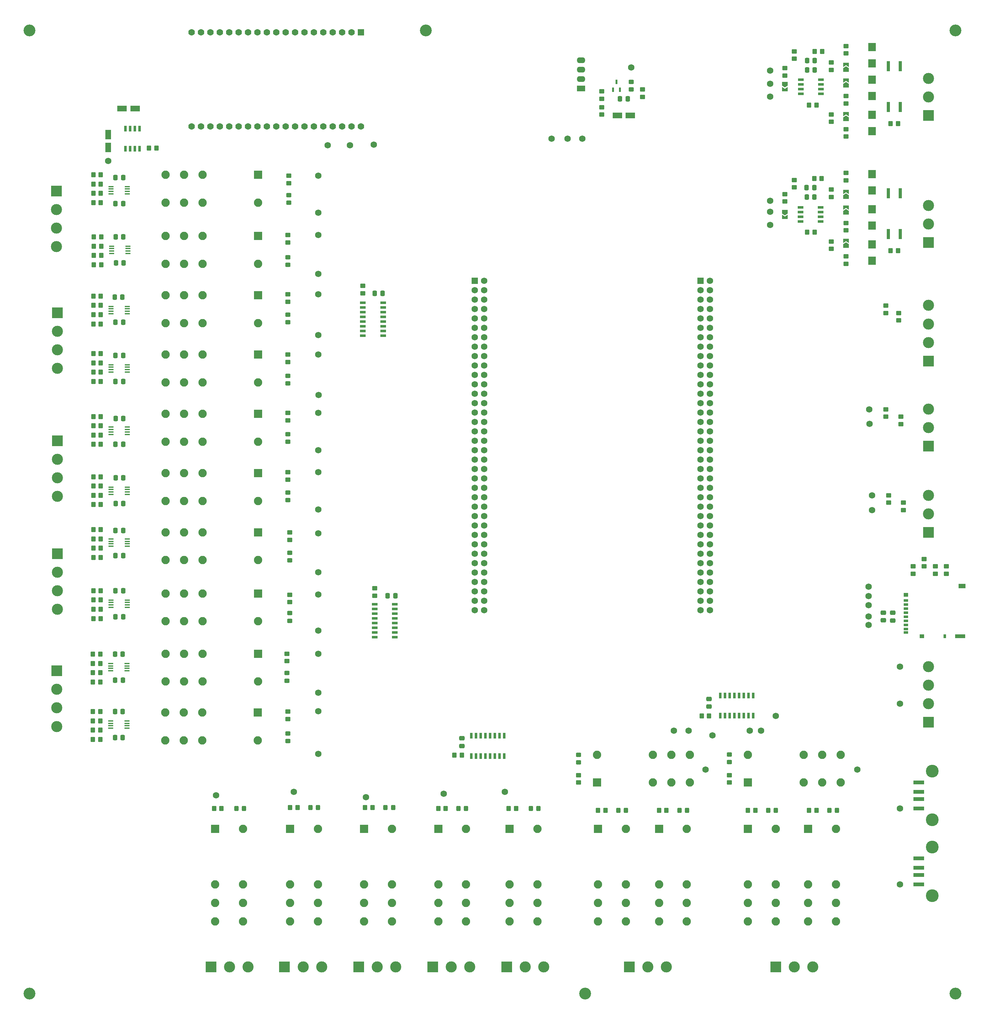
<source format=gbr>
%TF.GenerationSoftware,KiCad,Pcbnew,6.0.10-86aedd382b~118~ubuntu18.04.1*%
%TF.CreationDate,2024-06-09T22:46:36-03:00*%
%TF.ProjectId,salt,73616c74-2e6b-4696-9361-645f70636258,1.5*%
%TF.SameCoordinates,Original*%
%TF.FileFunction,Soldermask,Top*%
%TF.FilePolarity,Negative*%
%FSLAX46Y46*%
G04 Gerber Fmt 4.6, Leading zero omitted, Abs format (unit mm)*
G04 Created by KiCad (PCBNEW 6.0.10-86aedd382b~118~ubuntu18.04.1) date 2024-06-09 22:46:36*
%MOMM*%
%LPD*%
G01*
G04 APERTURE LIST*
G04 Aperture macros list*
%AMRoundRect*
0 Rectangle with rounded corners*
0 $1 Rounding radius*
0 $2 $3 $4 $5 $6 $7 $8 $9 X,Y pos of 4 corners*
0 Add a 4 corners polygon primitive as box body*
4,1,4,$2,$3,$4,$5,$6,$7,$8,$9,$2,$3,0*
0 Add four circle primitives for the rounded corners*
1,1,$1+$1,$2,$3*
1,1,$1+$1,$4,$5*
1,1,$1+$1,$6,$7*
1,1,$1+$1,$8,$9*
0 Add four rect primitives between the rounded corners*
20,1,$1+$1,$2,$3,$4,$5,0*
20,1,$1+$1,$4,$5,$6,$7,0*
20,1,$1+$1,$6,$7,$8,$9,0*
20,1,$1+$1,$8,$9,$2,$3,0*%
%AMFreePoly0*
4,1,6,1.000000,0.000000,0.500000,-0.750000,-0.500000,-0.750000,-0.500000,0.750000,0.500000,0.750000,1.000000,0.000000,1.000000,0.000000,$1*%
%AMFreePoly1*
4,1,6,0.500000,-0.750000,-0.650000,-0.750000,-0.150000,0.000000,-0.650000,0.750000,0.500000,0.750000,0.500000,-0.750000,0.500000,-0.750000,$1*%
G04 Aperture macros list end*
%ADD10C,1.734000*%
%ADD11RoundRect,0.250000X-0.450000X0.350000X-0.450000X-0.350000X0.450000X-0.350000X0.450000X0.350000X0*%
%ADD12R,2.250000X2.250000*%
%ADD13C,2.250000*%
%ADD14RoundRect,0.250000X-0.350000X-0.450000X0.350000X-0.450000X0.350000X0.450000X-0.350000X0.450000X0*%
%ADD15R,0.880000X2.810000*%
%ADD16RoundRect,0.250000X-0.450000X0.325000X-0.450000X-0.325000X0.450000X-0.325000X0.450000X0.325000X0*%
%ADD17RoundRect,0.250000X0.350000X0.450000X-0.350000X0.450000X-0.350000X-0.450000X0.350000X-0.450000X0*%
%ADD18R,3.000000X3.000000*%
%ADD19C,3.000000*%
%ADD20RoundRect,0.250000X0.450000X-0.350000X0.450000X0.350000X-0.450000X0.350000X-0.450000X-0.350000X0*%
%ADD21R,2.500000X1.600000*%
%ADD22RoundRect,0.250000X-0.325000X-0.450000X0.325000X-0.450000X0.325000X0.450000X-0.325000X0.450000X0*%
%ADD23R,1.450000X0.450000*%
%ADD24RoundRect,0.250000X-0.337500X-0.475000X0.337500X-0.475000X0.337500X0.475000X-0.337500X0.475000X0*%
%ADD25R,1.525000X0.650000*%
%ADD26FreePoly0,90.000000*%
%ADD27FreePoly1,90.000000*%
%ADD28RoundRect,0.250000X0.337500X0.475000X-0.337500X0.475000X-0.337500X-0.475000X0.337500X-0.475000X0*%
%ADD29R,1.200000X0.700000*%
%ADD30R,1.200000X1.000000*%
%ADD31R,0.800000X1.000000*%
%ADD32R,2.800000X1.000000*%
%ADD33R,1.900000X1.300000*%
%ADD34R,2.150000X2.250000*%
%ADD35R,1.600000X2.500000*%
%ADD36R,2.880000X1.120000*%
%ADD37C,3.450000*%
%ADD38RoundRect,0.250000X0.475000X-0.337500X0.475000X0.337500X-0.475000X0.337500X-0.475000X-0.337500X0*%
%ADD39R,0.600000X1.300000*%
%ADD40R,1.528000X0.650000*%
%ADD41C,3.200000*%
%ADD42RoundRect,0.250000X0.450000X-0.325000X0.450000X0.325000X-0.450000X0.325000X-0.450000X-0.325000X0*%
%ADD43RoundRect,0.250000X-0.475000X0.337500X-0.475000X-0.337500X0.475000X-0.337500X0.475000X0.337500X0*%
%ADD44FreePoly0,270.000000*%
%ADD45FreePoly1,270.000000*%
%ADD46R,0.650000X1.525000*%
%ADD47R,0.650000X1.528000*%
%ADD48RoundRect,0.102000X-0.780000X0.780000X-0.780000X-0.780000X0.780000X-0.780000X0.780000X0.780000X0*%
%ADD49C,1.764000*%
%ADD50RoundRect,0.102000X-0.765000X-0.765000X0.765000X-0.765000X0.765000X0.765000X-0.765000X0.765000X0*%
%ADD51R,2.300000X1.600000*%
%ADD52O,2.300000X1.600000*%
G04 APERTURE END LIST*
D10*
%TO.C,TP57*%
X118500000Y-99250000D03*
%TD*%
D11*
%TO.C,R19*%
X261000000Y-51250000D03*
X261000000Y-53250000D03*
%TD*%
%TO.C,R2*%
X271750000Y-107800000D03*
X271750000Y-109800000D03*
%TD*%
D12*
%TO.C,K3*%
X250750000Y-249000000D03*
D13*
X250750000Y-264000000D03*
X250750000Y-269000000D03*
X250750000Y-274000000D03*
X258250000Y-274000000D03*
X258250000Y-269000000D03*
X258250000Y-264000000D03*
X258250000Y-249000000D03*
%TD*%
D14*
%TO.C,R93*%
X57875000Y-89250000D03*
X59875000Y-89250000D03*
%TD*%
D15*
%TO.C,F2*%
X272365000Y-88500000D03*
X275635000Y-88500000D03*
%TD*%
D11*
%TO.C,R17*%
X261000000Y-94500000D03*
X261000000Y-96500000D03*
%TD*%
D16*
%TO.C,D14*%
X110750000Y-190795000D03*
X110750000Y-192845000D03*
%TD*%
D17*
%TO.C,R76*%
X59750000Y-80000000D03*
X57750000Y-80000000D03*
%TD*%
D10*
%TO.C,TP32*%
X118500000Y-121000000D03*
%TD*%
D18*
%TO.C,J3*%
X283250000Y-220250000D03*
D19*
X283250000Y-215250000D03*
X283250000Y-210250000D03*
X283250000Y-205250000D03*
%TD*%
D20*
%TO.C,R37*%
X110750000Y-187820000D03*
X110750000Y-185820000D03*
%TD*%
D14*
%TO.C,R7*%
X250500000Y-88000000D03*
X252500000Y-88000000D03*
%TD*%
%TO.C,R73*%
X57750000Y-140250000D03*
X59750000Y-140250000D03*
%TD*%
D21*
%TO.C,C5*%
X199250000Y-56477064D03*
X202750000Y-56477064D03*
%TD*%
D14*
%TO.C,R60*%
X57625000Y-204375000D03*
X59625000Y-204375000D03*
%TD*%
D10*
%TO.C,TP44*%
X152375000Y-239500000D03*
%TD*%
D20*
%TO.C,R3*%
X244500000Y-79700000D03*
X244500000Y-77700000D03*
%TD*%
D12*
%TO.C,K9*%
X102250000Y-121000000D03*
D13*
X87250000Y-121000000D03*
X82250000Y-121000000D03*
X77250000Y-121000000D03*
X77250000Y-128500000D03*
X82250000Y-128500000D03*
X87250000Y-128500000D03*
X102250000Y-128500000D03*
%TD*%
D22*
%TO.C,D25*%
X175850000Y-243500000D03*
X177900000Y-243500000D03*
%TD*%
D20*
%TO.C,R1*%
X275200000Y-111800000D03*
X275200000Y-109800000D03*
%TD*%
D10*
%TO.C,TP42*%
X267088000Y-186175000D03*
%TD*%
D23*
%TO.C,IC11*%
X62550000Y-140600000D03*
X62550000Y-141250000D03*
X62550000Y-141900000D03*
X62550000Y-142550000D03*
X66950000Y-142550000D03*
X66950000Y-141900000D03*
X66950000Y-141250000D03*
X66950000Y-140600000D03*
%TD*%
D10*
%TO.C,TP22*%
X235000000Y-222500000D03*
%TD*%
D20*
%TO.C,R23*%
X195000000Y-51977064D03*
X195000000Y-49977064D03*
%TD*%
D24*
%TO.C,C9*%
X137212500Y-186086000D03*
X139287500Y-186086000D03*
%TD*%
D16*
%TO.C,D20*%
X110250000Y-110225000D03*
X110250000Y-112275000D03*
%TD*%
D25*
%TO.C,IC4*%
X139167000Y-197311000D03*
X139167000Y-196041000D03*
X139167000Y-194771000D03*
X139167000Y-193501000D03*
X139167000Y-192231000D03*
X139167000Y-190961000D03*
X139167000Y-189691000D03*
X139167000Y-188421000D03*
X133743000Y-188421000D03*
X133743000Y-189691000D03*
X133743000Y-190961000D03*
X133743000Y-192231000D03*
X133743000Y-193501000D03*
X133743000Y-194771000D03*
X133743000Y-196041000D03*
X133743000Y-197311000D03*
%TD*%
D17*
%TO.C,R82*%
X59750000Y-175750000D03*
X57750000Y-175750000D03*
%TD*%
D26*
%TO.C,JP4*%
X261000000Y-82725000D03*
D27*
X261000000Y-81275000D03*
%TD*%
D17*
%TO.C,R92*%
X59875000Y-96750000D03*
X57875000Y-96750000D03*
%TD*%
D14*
%TO.C,R83*%
X57750000Y-168250000D03*
X59750000Y-168250000D03*
%TD*%
D10*
%TO.C,TP50*%
X118500000Y-212250000D03*
%TD*%
D28*
%TO.C,C30*%
X65787500Y-191750000D03*
X63712500Y-191750000D03*
%TD*%
D14*
%TO.C,R99*%
X57750000Y-184750000D03*
X59750000Y-184750000D03*
%TD*%
D28*
%TO.C,C2*%
X252537500Y-41700000D03*
X250462500Y-41700000D03*
%TD*%
D24*
%TO.C,C6*%
X199962500Y-51977064D03*
X202037500Y-51977064D03*
%TD*%
D28*
%TO.C,C29*%
X65787500Y-184750000D03*
X63712500Y-184750000D03*
%TD*%
D10*
%TO.C,TP45*%
X168875000Y-239000000D03*
%TD*%
D18*
%TO.C,J12*%
X283250000Y-169000000D03*
D19*
X283250000Y-164000000D03*
X283250000Y-159000000D03*
%TD*%
D22*
%TO.C,D24*%
X156325000Y-243500000D03*
X158375000Y-243500000D03*
%TD*%
D18*
%TO.C,J8*%
X283250000Y-90800000D03*
D19*
X283250000Y-85800000D03*
X283250000Y-80800000D03*
%TD*%
D10*
%TO.C,TP29*%
X223000000Y-233000000D03*
%TD*%
%TO.C,TP23*%
X238000000Y-222500000D03*
%TD*%
D11*
%TO.C,R50*%
X279088000Y-178175000D03*
X279088000Y-180175000D03*
%TD*%
D29*
%TO.C,J21*%
X277176000Y-187400000D03*
X277176000Y-188500000D03*
X277176000Y-189600000D03*
X277176000Y-190700000D03*
X277176000Y-191800000D03*
X277176000Y-192900000D03*
X277176000Y-194000000D03*
X277176000Y-195100000D03*
D30*
X277176000Y-185850000D03*
D29*
X277176000Y-196050000D03*
D30*
X281476000Y-197000000D03*
D31*
X287675000Y-197000000D03*
D32*
X291825000Y-197000000D03*
D33*
X292276000Y-183500000D03*
%TD*%
D23*
%TO.C,IC12*%
X62550000Y-170775000D03*
X62550000Y-171425000D03*
X62550000Y-172075000D03*
X62550000Y-172725000D03*
X66950000Y-172725000D03*
X66950000Y-172075000D03*
X66950000Y-171425000D03*
X66950000Y-170775000D03*
%TD*%
D17*
%TO.C,R53*%
X171875000Y-243500000D03*
X169875000Y-243500000D03*
%TD*%
D14*
%TO.C,R70*%
X57750000Y-110250000D03*
X59750000Y-110250000D03*
%TD*%
D20*
%TO.C,R39*%
X110250000Y-123000000D03*
X110250000Y-121000000D03*
%TD*%
D10*
%TO.C,TP34*%
X118500000Y-217250000D03*
%TD*%
D17*
%TO.C,R58*%
X157250000Y-229125000D03*
X155250000Y-229125000D03*
%TD*%
D34*
%TO.C,D6*%
X268000000Y-60700000D03*
X268000000Y-56300000D03*
%TD*%
D12*
%TO.C,K20*%
X90625000Y-249000000D03*
D13*
X90625000Y-264000000D03*
X90625000Y-269000000D03*
X90625000Y-274000000D03*
X98125000Y-274000000D03*
X98125000Y-269000000D03*
X98125000Y-264000000D03*
X98125000Y-249000000D03*
%TD*%
D12*
%TO.C,K19*%
X110875000Y-249000000D03*
D13*
X110875000Y-264000000D03*
X110875000Y-269000000D03*
X110875000Y-274000000D03*
X118375000Y-274000000D03*
X118375000Y-269000000D03*
X118375000Y-264000000D03*
X118375000Y-249000000D03*
%TD*%
D28*
%TO.C,C28*%
X65787500Y-175250000D03*
X63712500Y-175250000D03*
%TD*%
D10*
%TO.C,TP51*%
X61750000Y-68750000D03*
%TD*%
%TO.C,TP58*%
X118500000Y-162800000D03*
%TD*%
D17*
%TO.C,R56*%
X92350000Y-243500000D03*
X90350000Y-243500000D03*
%TD*%
D28*
%TO.C,C34*%
X65662500Y-224375000D03*
X63587500Y-224375000D03*
%TD*%
D35*
%TO.C,C14*%
X61750000Y-61650000D03*
X61750000Y-65150000D03*
%TD*%
D11*
%TO.C,R54*%
X288058000Y-178175000D03*
X288058000Y-180175000D03*
%TD*%
D15*
%TO.C,F3*%
X272365000Y-43200000D03*
X275635000Y-43200000D03*
%TD*%
D10*
%TO.C,TP6*%
X240500000Y-79500000D03*
%TD*%
D17*
%TO.C,R98*%
X59750000Y-192250000D03*
X57750000Y-192250000D03*
%TD*%
D28*
%TO.C,C4*%
X252537500Y-44200000D03*
X250462500Y-44200000D03*
%TD*%
D17*
%TO.C,R80*%
X59750000Y-145250000D03*
X57750000Y-145250000D03*
%TD*%
D28*
%TO.C,C23*%
X65825000Y-138250000D03*
X63750000Y-138250000D03*
%TD*%
D10*
%TO.C,TP36*%
X118500000Y-104750000D03*
%TD*%
D14*
%TO.C,R85*%
X57875000Y-91750000D03*
X59875000Y-91750000D03*
%TD*%
D23*
%TO.C,IC10*%
X62550000Y-108024999D03*
X62550000Y-108674999D03*
X62550000Y-109324999D03*
X62550000Y-109974999D03*
X66950000Y-109974999D03*
X66950000Y-109324999D03*
X66950000Y-108674999D03*
X66950000Y-108024999D03*
%TD*%
D11*
%TO.C,R15*%
X261000000Y-72000000D03*
X261000000Y-74000000D03*
%TD*%
D26*
%TO.C,JP3*%
X261000000Y-78500000D03*
D27*
X261000000Y-77050000D03*
%TD*%
D14*
%TO.C,R63*%
X72750000Y-65250000D03*
X74750000Y-65250000D03*
%TD*%
D17*
%TO.C,R94*%
X59750000Y-128250000D03*
X57750000Y-128250000D03*
%TD*%
D28*
%TO.C,C3*%
X252437500Y-78500000D03*
X250362500Y-78500000D03*
%TD*%
%TO.C,C22*%
X65787500Y-128250000D03*
X63712500Y-128250000D03*
%TD*%
D16*
%TO.C,D22*%
X110750000Y-174475000D03*
X110750000Y-176525000D03*
%TD*%
D12*
%TO.C,K10*%
X102250000Y-89000000D03*
D13*
X87250000Y-89000000D03*
X82250000Y-89000000D03*
X77250000Y-89000000D03*
X77250000Y-96500000D03*
X82250000Y-96500000D03*
X87250000Y-96500000D03*
X102250000Y-96500000D03*
%TD*%
D28*
%TO.C,C18*%
X65912500Y-96250000D03*
X63837500Y-96250000D03*
%TD*%
D18*
%TO.C,J14*%
X202500000Y-286250000D03*
D19*
X207500000Y-286250000D03*
X212500000Y-286250000D03*
%TD*%
D14*
%TO.C,R87*%
X57750000Y-123250000D03*
X59750000Y-123250000D03*
%TD*%
D36*
%TO.C,J11*%
X280640000Y-264000000D03*
X280640000Y-261500000D03*
X280640000Y-259500000D03*
X280640000Y-257000000D03*
D37*
X284220000Y-267070000D03*
X284220000Y-253930000D03*
%TD*%
D16*
%TO.C,D16*%
X110250000Y-126725000D03*
X110250000Y-128775000D03*
%TD*%
D14*
%TO.C,R95*%
X57750000Y-120750000D03*
X59750000Y-120750000D03*
%TD*%
D10*
%TO.C,TP16*%
X203000000Y-43500000D03*
%TD*%
D18*
%TO.C,J2*%
X48000000Y-109750000D03*
D19*
X48000000Y-114750000D03*
X48000000Y-119750000D03*
X48000000Y-124750000D03*
%TD*%
D28*
%TO.C,C19*%
X65575000Y-105500000D03*
X63500000Y-105500000D03*
%TD*%
D34*
%TO.C,D2*%
X268000000Y-86200000D03*
X268000000Y-81800000D03*
%TD*%
D12*
%TO.C,K18*%
X170125000Y-249000000D03*
D13*
X170125000Y-264000000D03*
X170125000Y-269000000D03*
X170125000Y-274000000D03*
X177625000Y-274000000D03*
X177625000Y-269000000D03*
X177625000Y-264000000D03*
X177625000Y-249000000D03*
%TD*%
D10*
%TO.C,TP12*%
X181500000Y-62750000D03*
%TD*%
D20*
%TO.C,R47*%
X110000000Y-203750000D03*
X110000000Y-201750000D03*
%TD*%
D22*
%TO.C,D13*%
X215975000Y-244000000D03*
X218025000Y-244000000D03*
%TD*%
D10*
%TO.C,TP1*%
X275500000Y-215250000D03*
%TD*%
D22*
%TO.C,D12*%
X199475000Y-244000000D03*
X201525000Y-244000000D03*
%TD*%
D16*
%TO.C,D18*%
X110250000Y-223250000D03*
X110250000Y-225300000D03*
%TD*%
D18*
%TO.C,J1*%
X47750000Y-76875000D03*
D19*
X47750000Y-81875000D03*
X47750000Y-86875000D03*
X47750000Y-91875000D03*
%TD*%
D10*
%TO.C,TP30*%
X118500000Y-185750000D03*
%TD*%
D12*
%TO.C,K4*%
X193775000Y-236500000D03*
D13*
X208775000Y-236500000D03*
X213775000Y-236500000D03*
X218775000Y-236500000D03*
X218775000Y-229000000D03*
X213775000Y-229000000D03*
X208775000Y-229000000D03*
X193775000Y-229000000D03*
%TD*%
D14*
%TO.C,R89*%
X57750000Y-156500000D03*
X59750000Y-156500000D03*
%TD*%
D20*
%TO.C,R27*%
X276500000Y-163000000D03*
X276500000Y-161000000D03*
%TD*%
D23*
%TO.C,IC8*%
X62425000Y-219900000D03*
X62425000Y-220550000D03*
X62425000Y-221200000D03*
X62425000Y-221850000D03*
X66825000Y-221850000D03*
X66825000Y-221200000D03*
X66825000Y-220550000D03*
X66825000Y-219900000D03*
%TD*%
D14*
%TO.C,R72*%
X57750000Y-142750000D03*
X59750000Y-142750000D03*
%TD*%
D17*
%TO.C,R32*%
X253000000Y-244000000D03*
X251000000Y-244000000D03*
%TD*%
D20*
%TO.C,R43*%
X110250000Y-138750000D03*
X110250000Y-136750000D03*
%TD*%
D38*
%TO.C,C7*%
X224000000Y-216037500D03*
X224000000Y-213962500D03*
%TD*%
D23*
%TO.C,IC16*%
X62550000Y-187275000D03*
X62550000Y-187925000D03*
X62550000Y-188575000D03*
X62550000Y-189225000D03*
X66950000Y-189225000D03*
X66950000Y-188575000D03*
X66950000Y-187925000D03*
X66950000Y-187275000D03*
%TD*%
D18*
%TO.C,J6*%
X47875000Y-206375000D03*
D19*
X47875000Y-211375000D03*
X47875000Y-216375000D03*
X47875000Y-221375000D03*
%TD*%
D39*
%TO.C,IC1*%
X198050000Y-49527064D03*
X199950000Y-49527064D03*
X199000000Y-47427064D03*
%TD*%
D10*
%TO.C,TP27*%
X224900000Y-223800000D03*
%TD*%
%TO.C,TP46*%
X267088000Y-183675000D03*
%TD*%
D17*
%TO.C,R52*%
X152875000Y-243500000D03*
X150875000Y-243500000D03*
%TD*%
D14*
%TO.C,R71*%
X57750000Y-107750000D03*
X59750000Y-107750000D03*
%TD*%
D16*
%TO.C,D21*%
X110500000Y-77975000D03*
X110500000Y-80025000D03*
%TD*%
D28*
%TO.C,C27*%
X65787500Y-168485000D03*
X63712500Y-168485000D03*
%TD*%
D18*
%TO.C,J15*%
X283250000Y-145750000D03*
D19*
X283250000Y-140750000D03*
X283250000Y-135750000D03*
%TD*%
D28*
%TO.C,C21*%
X65787500Y-121250000D03*
X63712500Y-121250000D03*
%TD*%
D18*
%TO.C,J13*%
X242000000Y-286250000D03*
D19*
X247000000Y-286250000D03*
X252000000Y-286250000D03*
%TD*%
D10*
%TO.C,TP20*%
X267250000Y-135800000D03*
%TD*%
D34*
%TO.C,D5*%
X268000000Y-51200000D03*
X268000000Y-46800000D03*
%TD*%
D40*
%TO.C,U3*%
X248789000Y-46795000D03*
X248789000Y-48065000D03*
X248789000Y-49335000D03*
X248789000Y-50605000D03*
X254211000Y-50605000D03*
X254211000Y-49335000D03*
X254211000Y-48065000D03*
X254211000Y-46795000D03*
%TD*%
D22*
%TO.C,D26*%
X116375000Y-243225000D03*
X118425000Y-243225000D03*
%TD*%
D14*
%TO.C,R67*%
X57625000Y-217375000D03*
X59625000Y-217375000D03*
%TD*%
D41*
%TO.C,H5*%
X147500000Y-33500000D03*
%TD*%
D11*
%TO.C,R18*%
X261000000Y-37750000D03*
X261000000Y-39750000D03*
%TD*%
D42*
%TO.C,D8*%
X229500000Y-231025000D03*
X229500000Y-228975000D03*
%TD*%
D28*
%TO.C,C1*%
X252387500Y-76000000D03*
X250312500Y-76000000D03*
%TD*%
D15*
%TO.C,F1*%
X272365000Y-77500000D03*
X275635000Y-77500000D03*
%TD*%
D17*
%TO.C,R36*%
X212500000Y-244000000D03*
X210500000Y-244000000D03*
%TD*%
D11*
%TO.C,R34*%
X188775000Y-234500000D03*
X188775000Y-236500000D03*
%TD*%
D22*
%TO.C,D28*%
X136625000Y-243250000D03*
X138675000Y-243250000D03*
%TD*%
D10*
%TO.C,TP60*%
X118540000Y-131940000D03*
%TD*%
D12*
%TO.C,K11*%
X102125000Y-217625000D03*
D13*
X87125000Y-217625000D03*
X82125000Y-217625000D03*
X77125000Y-217625000D03*
X77125000Y-225125000D03*
X82125000Y-225125000D03*
X87125000Y-225125000D03*
X102125000Y-225125000D03*
%TD*%
D10*
%TO.C,TP49*%
X131375000Y-240500000D03*
%TD*%
D36*
%TO.C,J10*%
X280640000Y-243500000D03*
X280640000Y-241000000D03*
X280640000Y-239000000D03*
X280640000Y-236500000D03*
D37*
X284220000Y-246570000D03*
X284220000Y-233430000D03*
%TD*%
D18*
%TO.C,J7*%
X283250000Y-122750000D03*
D19*
X283250000Y-117750000D03*
X283250000Y-112750000D03*
X283250000Y-107750000D03*
%TD*%
D10*
%TO.C,TP31*%
X118500000Y-152750000D03*
%TD*%
D22*
%TO.C,D27*%
X96350000Y-243500000D03*
X98400000Y-243500000D03*
%TD*%
D20*
%TO.C,R25*%
X206000000Y-51477064D03*
X206000000Y-49477064D03*
%TD*%
D10*
%TO.C,TP7*%
X240500000Y-51400000D03*
%TD*%
D16*
%TO.C,D17*%
X110250000Y-94725000D03*
X110250000Y-96775000D03*
%TD*%
D23*
%TO.C,IC15*%
X62550000Y-156775000D03*
X62550000Y-157425000D03*
X62550000Y-158075000D03*
X62550000Y-158725000D03*
X66950000Y-158725000D03*
X66950000Y-158075000D03*
X66950000Y-157425000D03*
X66950000Y-156775000D03*
%TD*%
D10*
%TO.C,TP25*%
X264000000Y-233000000D03*
%TD*%
%TO.C,TP18*%
X268000000Y-159000000D03*
%TD*%
D26*
%TO.C,JP5*%
X261000000Y-91725000D03*
D27*
X261000000Y-90275000D03*
%TD*%
D10*
%TO.C,TP41*%
X267088000Y-194000000D03*
%TD*%
D17*
%TO.C,R33*%
X224000000Y-218500000D03*
X222000000Y-218500000D03*
%TD*%
D11*
%TO.C,R16*%
X261000000Y-85500000D03*
X261000000Y-87500000D03*
%TD*%
D10*
%TO.C,TP26*%
X214500000Y-222500000D03*
%TD*%
D28*
%TO.C,C16*%
X65787500Y-80250000D03*
X63712500Y-80250000D03*
%TD*%
D11*
%TO.C,R30*%
X229500000Y-234500000D03*
X229500000Y-236500000D03*
%TD*%
D12*
%TO.C,K15*%
X102250000Y-169000000D03*
D13*
X87250000Y-169000000D03*
X82250000Y-169000000D03*
X77250000Y-169000000D03*
X77250000Y-176500000D03*
X82250000Y-176500000D03*
X87250000Y-176500000D03*
X102250000Y-176500000D03*
%TD*%
D23*
%TO.C,IC14*%
X62550000Y-123775000D03*
X62550000Y-124425000D03*
X62550000Y-125075000D03*
X62550000Y-125725000D03*
X66950000Y-125725000D03*
X66950000Y-125075000D03*
X66950000Y-124425000D03*
X66950000Y-123775000D03*
%TD*%
D14*
%TO.C,R74*%
X57750000Y-173250000D03*
X59750000Y-173250000D03*
%TD*%
D20*
%TO.C,R45*%
X110500000Y-74750000D03*
X110500000Y-72750000D03*
%TD*%
D23*
%TO.C,IC6*%
X62425000Y-204400000D03*
X62425000Y-205050000D03*
X62425000Y-205700000D03*
X62425000Y-206350000D03*
X66825000Y-206350000D03*
X66825000Y-205700000D03*
X66825000Y-205050000D03*
X66825000Y-204400000D03*
%TD*%
D14*
%TO.C,R75*%
X57750000Y-170750000D03*
X59750000Y-170750000D03*
%TD*%
D43*
%TO.C,C11*%
X273588000Y-190712500D03*
X273588000Y-192787500D03*
%TD*%
D17*
%TO.C,R35*%
X196000000Y-244000000D03*
X194000000Y-244000000D03*
%TD*%
D12*
%TO.C,K14*%
X102250000Y-72500000D03*
D13*
X87250000Y-72500000D03*
X82250000Y-72500000D03*
X77250000Y-72500000D03*
X77250000Y-80000000D03*
X82250000Y-80000000D03*
X87250000Y-80000000D03*
X102250000Y-80000000D03*
%TD*%
D16*
%TO.C,D15*%
X110250000Y-158250000D03*
X110250000Y-160300000D03*
%TD*%
D12*
%TO.C,K6*%
X210500000Y-249000000D03*
D13*
X210500000Y-264000000D03*
X210500000Y-269000000D03*
X210500000Y-274000000D03*
X218000000Y-274000000D03*
X218000000Y-269000000D03*
X218000000Y-264000000D03*
X218000000Y-249000000D03*
%TD*%
D44*
%TO.C,JP2*%
X244500000Y-47975000D03*
D45*
X244500000Y-49425000D03*
%TD*%
D26*
%TO.C,JP6*%
X261000000Y-44200000D03*
D27*
X261000000Y-42750000D03*
%TD*%
D28*
%TO.C,C17*%
X65837500Y-89250000D03*
X63762500Y-89250000D03*
%TD*%
D10*
%TO.C,TP21*%
X267300000Y-139700000D03*
%TD*%
D11*
%TO.C,R13*%
X257000000Y-42200000D03*
X257000000Y-44200000D03*
%TD*%
D14*
%TO.C,R86*%
X57750000Y-125750000D03*
X59750000Y-125750000D03*
%TD*%
D11*
%TO.C,R11*%
X257000000Y-76500000D03*
X257000000Y-78500000D03*
%TD*%
D14*
%TO.C,R91*%
X57750000Y-187250000D03*
X59750000Y-187250000D03*
%TD*%
D17*
%TO.C,R22*%
X275000000Y-58700000D03*
X273000000Y-58700000D03*
%TD*%
D43*
%TO.C,C10*%
X271088000Y-190675000D03*
X271088000Y-192750000D03*
%TD*%
D18*
%TO.C,J18*%
X129375000Y-286250000D03*
D19*
X134375000Y-286250000D03*
X139375000Y-286250000D03*
%TD*%
D17*
%TO.C,R31*%
X236500000Y-244000000D03*
X234500000Y-244000000D03*
%TD*%
D14*
%TO.C,R69*%
X57750000Y-75000000D03*
X59750000Y-75000000D03*
%TD*%
D12*
%TO.C,K17*%
X150875000Y-249000000D03*
D13*
X150875000Y-264000000D03*
X150875000Y-269000000D03*
X150875000Y-274000000D03*
X158375000Y-274000000D03*
X158375000Y-269000000D03*
X158375000Y-264000000D03*
X158375000Y-249000000D03*
%TD*%
D11*
%TO.C,R20*%
X261000000Y-60200000D03*
X261000000Y-62200000D03*
%TD*%
D46*
%TO.C,IC2*%
X235945000Y-213038000D03*
X234675000Y-213038000D03*
X233405000Y-213038000D03*
X232135000Y-213038000D03*
X230865000Y-213038000D03*
X229595000Y-213038000D03*
X228325000Y-213038000D03*
X227055000Y-213038000D03*
X227055000Y-218462000D03*
X228325000Y-218462000D03*
X229595000Y-218462000D03*
X230865000Y-218462000D03*
X232135000Y-218462000D03*
X233405000Y-218462000D03*
X234675000Y-218462000D03*
X235945000Y-218462000D03*
%TD*%
D12*
%TO.C,K12*%
X102250000Y-137000000D03*
D13*
X87250000Y-137000000D03*
X82250000Y-137000000D03*
X77250000Y-137000000D03*
X77250000Y-144500000D03*
X82250000Y-144500000D03*
X87250000Y-144500000D03*
X102250000Y-144500000D03*
%TD*%
D11*
%TO.C,R14*%
X257000000Y-56200000D03*
X257000000Y-58200000D03*
%TD*%
D17*
%TO.C,R96*%
X59750000Y-161500000D03*
X57750000Y-161500000D03*
%TD*%
D16*
%TO.C,D19*%
X110250000Y-142475000D03*
X110250000Y-144525000D03*
%TD*%
%TO.C,D23*%
X110000000Y-206975000D03*
X110000000Y-209025000D03*
%TD*%
D10*
%TO.C,TP9*%
X121000000Y-64500000D03*
%TD*%
D12*
%TO.C,K1*%
X234500000Y-236500000D03*
D13*
X249500000Y-236500000D03*
X254500000Y-236500000D03*
X259500000Y-236500000D03*
X259500000Y-229000000D03*
X254500000Y-229000000D03*
X249500000Y-229000000D03*
X234500000Y-229000000D03*
%TD*%
D21*
%TO.C,C13*%
X69000000Y-54650000D03*
X65500000Y-54650000D03*
%TD*%
D18*
%TO.C,J19*%
X109375000Y-286250000D03*
D19*
X114375000Y-286250000D03*
X119375000Y-286250000D03*
%TD*%
D20*
%TO.C,R5*%
X244500000Y-45700000D03*
X244500000Y-43700000D03*
%TD*%
D34*
%TO.C,D4*%
X268000000Y-42400000D03*
X268000000Y-38000000D03*
%TD*%
D20*
%TO.C,R29*%
X275750000Y-139800000D03*
X275750000Y-137800000D03*
%TD*%
D23*
%TO.C,IC9*%
X62550000Y-75675000D03*
X62550000Y-76325000D03*
X62550000Y-76975000D03*
X62550000Y-77625000D03*
X66950000Y-77625000D03*
X66950000Y-76975000D03*
X66950000Y-76325000D03*
X66950000Y-75675000D03*
%TD*%
D10*
%TO.C,TP28*%
X218500000Y-222500000D03*
%TD*%
D28*
%TO.C,C33*%
X65662500Y-217375000D03*
X63587500Y-217375000D03*
%TD*%
D10*
%TO.C,TP56*%
X118500000Y-179750000D03*
%TD*%
%TO.C,TP48*%
X111875000Y-239000000D03*
%TD*%
%TO.C,TP3*%
X240500000Y-82500000D03*
%TD*%
D17*
%TO.C,R66*%
X59625000Y-224875000D03*
X57625000Y-224875000D03*
%TD*%
D28*
%TO.C,C31*%
X65662500Y-201875000D03*
X63587500Y-201875000D03*
%TD*%
D10*
%TO.C,TP55*%
X118500000Y-146800000D03*
%TD*%
%TO.C,TP37*%
X118500000Y-72750000D03*
%TD*%
D42*
%TO.C,D7*%
X203000000Y-49477064D03*
X203000000Y-47427064D03*
%TD*%
D34*
%TO.C,D1*%
X268000000Y-76700000D03*
X268000000Y-72300000D03*
%TD*%
D28*
%TO.C,C20*%
X65787500Y-112250000D03*
X63712500Y-112250000D03*
%TD*%
D11*
%TO.C,R28*%
X271750000Y-135800000D03*
X271750000Y-137800000D03*
%TD*%
D18*
%TO.C,J16*%
X169375000Y-286250000D03*
D19*
X174375000Y-286250000D03*
X179375000Y-286250000D03*
%TD*%
D14*
%TO.C,R64*%
X57625000Y-222375000D03*
X59625000Y-222375000D03*
%TD*%
D42*
%TO.C,D11*%
X188775000Y-231050000D03*
X188775000Y-229000000D03*
%TD*%
D10*
%TO.C,TP10*%
X185750000Y-62750000D03*
%TD*%
%TO.C,TP5*%
X240500000Y-47900000D03*
%TD*%
D41*
%TO.C,H1*%
X290500000Y-33500000D03*
%TD*%
D10*
%TO.C,TP24*%
X242000000Y-218500000D03*
%TD*%
%TO.C,TP35*%
X118500000Y-136750000D03*
%TD*%
D14*
%TO.C,R59*%
X57625000Y-206875000D03*
X59625000Y-206875000D03*
%TD*%
D41*
%TO.C,H3*%
X40500000Y-33500000D03*
%TD*%
D14*
%TO.C,R65*%
X57625000Y-219875000D03*
X59625000Y-219875000D03*
%TD*%
D17*
%TO.C,R9*%
X254400000Y-73500000D03*
X252400000Y-73500000D03*
%TD*%
D10*
%TO.C,TP14*%
X133500000Y-64400000D03*
%TD*%
D41*
%TO.C,H4*%
X40500000Y-293500000D03*
%TD*%
D18*
%TO.C,J5*%
X48000000Y-174750000D03*
D19*
X48000000Y-179750000D03*
X48000000Y-184750000D03*
X48000000Y-189750000D03*
%TD*%
D10*
%TO.C,TP47*%
X90875000Y-240000000D03*
%TD*%
D20*
%TO.C,R46*%
X110750000Y-171000000D03*
X110750000Y-169000000D03*
%TD*%
D10*
%TO.C,TP19*%
X268000000Y-163000000D03*
%TD*%
D20*
%TO.C,R40*%
X110250000Y-90750000D03*
X110250000Y-88750000D03*
%TD*%
D12*
%TO.C,K7*%
X102250000Y-185500000D03*
D13*
X87250000Y-185500000D03*
X82250000Y-185500000D03*
X77250000Y-185500000D03*
X77250000Y-193000000D03*
X82250000Y-193000000D03*
X87250000Y-193000000D03*
X102250000Y-193000000D03*
%TD*%
D12*
%TO.C,K8*%
X102250000Y-153000000D03*
D13*
X87250000Y-153000000D03*
X82250000Y-153000000D03*
X77250000Y-153000000D03*
X77250000Y-160500000D03*
X82250000Y-160500000D03*
X87250000Y-160500000D03*
X102250000Y-160500000D03*
%TD*%
D12*
%TO.C,K5*%
X194000000Y-249000000D03*
D13*
X194000000Y-264000000D03*
X194000000Y-269000000D03*
X194000000Y-274000000D03*
X201500000Y-274000000D03*
X201500000Y-269000000D03*
X201500000Y-264000000D03*
X201500000Y-249000000D03*
%TD*%
D40*
%TO.C,U2*%
X248689000Y-81322064D03*
X248689000Y-82592064D03*
X248689000Y-83862064D03*
X248689000Y-85132064D03*
X254111000Y-85132064D03*
X254111000Y-83862064D03*
X254111000Y-82592064D03*
X254111000Y-81322064D03*
%TD*%
D47*
%TO.C,IC7*%
X70255000Y-60039000D03*
X68985000Y-60039000D03*
X67715000Y-60039000D03*
X66445000Y-60039000D03*
X66445000Y-65461000D03*
X67715000Y-65461000D03*
X68985000Y-65461000D03*
X70255000Y-65461000D03*
%TD*%
D17*
%TO.C,R10*%
X254500000Y-39200000D03*
X252500000Y-39200000D03*
%TD*%
D14*
%TO.C,R84*%
X57875000Y-94250000D03*
X59875000Y-94250000D03*
%TD*%
D48*
%TO.C,U5*%
X130010000Y-34072936D03*
D49*
X127470000Y-34072936D03*
X124930000Y-34072936D03*
X122390000Y-34072936D03*
X119850000Y-34072936D03*
X117310000Y-34072936D03*
X114770000Y-34072936D03*
X112230000Y-34072936D03*
X109690000Y-34072936D03*
X107150000Y-34072936D03*
X104610000Y-34072936D03*
X102070000Y-34072936D03*
X99530000Y-34072936D03*
X96990000Y-34072936D03*
X94450000Y-34072936D03*
X91910000Y-34072936D03*
X89370000Y-34072936D03*
X86830000Y-34072936D03*
X84290000Y-34072936D03*
X130010000Y-59472936D03*
X127470000Y-59472936D03*
X124930000Y-59472936D03*
X122390000Y-59472936D03*
X119850000Y-59472936D03*
X117310000Y-59472936D03*
X114770000Y-59472936D03*
X112230000Y-59472936D03*
X109690000Y-59472936D03*
X107150000Y-59472936D03*
X104610000Y-59472936D03*
X102070000Y-59472936D03*
X99530000Y-59472936D03*
X96990000Y-59472936D03*
X94450000Y-59472936D03*
X91910000Y-59472936D03*
X89370000Y-59472936D03*
X86830000Y-59472936D03*
X84290000Y-59472936D03*
%TD*%
D46*
%TO.C,IC5*%
X168695000Y-223913000D03*
X167425000Y-223913000D03*
X166155000Y-223913000D03*
X164885000Y-223913000D03*
X163615000Y-223913000D03*
X162345000Y-223913000D03*
X161075000Y-223913000D03*
X159805000Y-223913000D03*
X159805000Y-229337000D03*
X161075000Y-229337000D03*
X162345000Y-229337000D03*
X163615000Y-229337000D03*
X164885000Y-229337000D03*
X166155000Y-229337000D03*
X167425000Y-229337000D03*
X168695000Y-229337000D03*
%TD*%
D12*
%TO.C,K13*%
X102250000Y-105000000D03*
D13*
X87250000Y-105000000D03*
X82250000Y-105000000D03*
X77250000Y-105000000D03*
X77250000Y-112500000D03*
X82250000Y-112500000D03*
X87250000Y-112500000D03*
X102250000Y-112500000D03*
%TD*%
D41*
%TO.C,H6*%
X190500000Y-293500000D03*
%TD*%
D10*
%TO.C,TP2*%
X275500000Y-205250000D03*
%TD*%
D22*
%TO.C,D10*%
X256475000Y-244000000D03*
X258525000Y-244000000D03*
%TD*%
D34*
%TO.C,D3*%
X268000000Y-95700000D03*
X268000000Y-91300000D03*
%TD*%
D28*
%TO.C,C32*%
X65700000Y-208875000D03*
X63625000Y-208875000D03*
%TD*%
D20*
%TO.C,R41*%
X110250000Y-219375000D03*
X110250000Y-217375000D03*
%TD*%
D10*
%TO.C,TP38*%
X118500000Y-169250000D03*
%TD*%
D26*
%TO.C,JP8*%
X261000000Y-57475000D03*
D27*
X261000000Y-56025000D03*
%TD*%
D18*
%TO.C,J9*%
X283250000Y-56500000D03*
D19*
X283250000Y-51500000D03*
X283250000Y-46500000D03*
%TD*%
D12*
%TO.C,K21*%
X130875000Y-249000000D03*
D13*
X130875000Y-264000000D03*
X130875000Y-269000000D03*
X130875000Y-274000000D03*
X138375000Y-274000000D03*
X138375000Y-269000000D03*
X138375000Y-264000000D03*
X138375000Y-249000000D03*
%TD*%
D10*
%TO.C,TP11*%
X127000000Y-64500000D03*
%TD*%
D20*
%TO.C,R48*%
X133750000Y-186086000D03*
X133750000Y-184086000D03*
%TD*%
D28*
%TO.C,C25*%
X65825000Y-154250000D03*
X63750000Y-154250000D03*
%TD*%
D14*
%TO.C,R8*%
X251000000Y-53700000D03*
X253000000Y-53700000D03*
%TD*%
D10*
%TO.C,TP52*%
X118500000Y-228750000D03*
%TD*%
D28*
%TO.C,C15*%
X65787500Y-73250000D03*
X63712500Y-73250000D03*
%TD*%
D11*
%TO.C,R49*%
X285088000Y-178175000D03*
X285088000Y-180175000D03*
%TD*%
D14*
%TO.C,R79*%
X57750000Y-105250000D03*
X59750000Y-105250000D03*
%TD*%
D17*
%TO.C,R21*%
X275000000Y-93000000D03*
X273000000Y-93000000D03*
%TD*%
D12*
%TO.C,K16*%
X102250000Y-201750000D03*
D13*
X87250000Y-201750000D03*
X82250000Y-201750000D03*
X77250000Y-201750000D03*
X77250000Y-209250000D03*
X82250000Y-209250000D03*
X87250000Y-209250000D03*
X102250000Y-209250000D03*
%TD*%
D10*
%TO.C,TP43*%
X267088000Y-191675000D03*
%TD*%
D20*
%TO.C,R44*%
X110250000Y-106750000D03*
X110250000Y-104750000D03*
%TD*%
D22*
%TO.C,D9*%
X239975000Y-244000000D03*
X242025000Y-244000000D03*
%TD*%
D10*
%TO.C,TP59*%
X118500000Y-195500000D03*
%TD*%
D50*
%TO.C,U1*%
X160750000Y-101070000D03*
D10*
X163290000Y-101070000D03*
X160750000Y-103610000D03*
X163290000Y-103610000D03*
X160750000Y-106150000D03*
X163290000Y-106150000D03*
X160750000Y-108690000D03*
X163290000Y-108690000D03*
X160750000Y-111230000D03*
X163290000Y-111230000D03*
X160750000Y-113770000D03*
X163290000Y-113770000D03*
X160750000Y-116310000D03*
X163290000Y-116310000D03*
X160750000Y-118850000D03*
X163290000Y-118850000D03*
X160750000Y-121390000D03*
X163290000Y-121390000D03*
X160750000Y-123930000D03*
X163290000Y-123930000D03*
X160750000Y-126470000D03*
X163290000Y-126470000D03*
X160750000Y-129010000D03*
X163290000Y-129010000D03*
X160750000Y-131550000D03*
X163290000Y-131550000D03*
X160750000Y-134090000D03*
X163290000Y-134090000D03*
X160750000Y-136630000D03*
X163290000Y-136630000D03*
X160750000Y-139170000D03*
X163290000Y-139170000D03*
X160750000Y-141710000D03*
X163290000Y-141710000D03*
X160750000Y-144250000D03*
X163290000Y-144250000D03*
X160750000Y-146790000D03*
X163290000Y-146790000D03*
X160750000Y-149330000D03*
X163290000Y-149330000D03*
X160750000Y-151870000D03*
X163290000Y-151870000D03*
X160750000Y-154410000D03*
X163290000Y-154410000D03*
X160750000Y-156950000D03*
X163290000Y-156950000D03*
X160750000Y-159490000D03*
X163290000Y-159490000D03*
X160750000Y-162030000D03*
X163290000Y-162030000D03*
X160750000Y-164570000D03*
X163290000Y-164570000D03*
X160750000Y-167110000D03*
X163290000Y-167110000D03*
X160750000Y-169650000D03*
X163290000Y-169650000D03*
X160750000Y-172190000D03*
X163290000Y-172190000D03*
X160750000Y-174730000D03*
X163290000Y-174730000D03*
X160750000Y-177270000D03*
X163290000Y-177270000D03*
X160750000Y-179810000D03*
X163290000Y-179810000D03*
X160750000Y-182350000D03*
X163290000Y-182350000D03*
X160750000Y-184890000D03*
X163290000Y-184890000D03*
X160750000Y-187430000D03*
X163290000Y-187430000D03*
X160750000Y-189970000D03*
X163290000Y-189970000D03*
D50*
X221710000Y-101090000D03*
D10*
X224250000Y-101090000D03*
X221710000Y-103630000D03*
X224250000Y-103630000D03*
X221710000Y-106170000D03*
X224250000Y-106170000D03*
X221710000Y-108710000D03*
X224250000Y-108710000D03*
X221710000Y-111250000D03*
X224250000Y-111250000D03*
X221710000Y-113790000D03*
X224250000Y-113790000D03*
X221710000Y-116330000D03*
X224250000Y-116330000D03*
X221710000Y-118870000D03*
X224250000Y-118870000D03*
X221710000Y-121410000D03*
X224250000Y-121410000D03*
X221710000Y-123950000D03*
X224250000Y-123950000D03*
X221710000Y-126490000D03*
X224250000Y-126490000D03*
X221710000Y-129030000D03*
X224250000Y-129030000D03*
X221710000Y-131570000D03*
X224250000Y-131570000D03*
X221710000Y-134110000D03*
X224250000Y-134110000D03*
X221710000Y-136650000D03*
X224250000Y-136650000D03*
X221710000Y-139190000D03*
X224250000Y-139190000D03*
X221710000Y-141730000D03*
X224250000Y-141730000D03*
X221710000Y-144270000D03*
X224250000Y-144270000D03*
X221710000Y-146810000D03*
X224250000Y-146810000D03*
X221710000Y-149350000D03*
X224250000Y-149350000D03*
X221710000Y-151890000D03*
X224250000Y-151890000D03*
X221710000Y-154430000D03*
X224250000Y-154430000D03*
X221710000Y-156970000D03*
X224250000Y-156970000D03*
X221710000Y-159510000D03*
X224250000Y-159510000D03*
X221710000Y-162050000D03*
X224250000Y-162050000D03*
X221710000Y-164590000D03*
X224250000Y-164590000D03*
X221710000Y-167130000D03*
X224250000Y-167130000D03*
X221710000Y-169670000D03*
X224250000Y-169670000D03*
X221710000Y-172210000D03*
X224250000Y-172210000D03*
X221710000Y-174750000D03*
X224250000Y-174750000D03*
X221710000Y-177290000D03*
X224250000Y-177290000D03*
X221710000Y-179830000D03*
X224250000Y-179830000D03*
X221710000Y-182370000D03*
X224250000Y-182370000D03*
X221710000Y-184910000D03*
X224250000Y-184910000D03*
X221710000Y-187450000D03*
X224250000Y-187450000D03*
X221710000Y-189990000D03*
X224250000Y-189990000D03*
%TD*%
D14*
%TO.C,R97*%
X57750000Y-154000000D03*
X59750000Y-154000000D03*
%TD*%
D38*
%TO.C,C12*%
X157250000Y-226625000D03*
X157250000Y-224550000D03*
%TD*%
D14*
%TO.C,R77*%
X57750000Y-72500000D03*
X59750000Y-72500000D03*
%TD*%
D10*
%TO.C,TP40*%
X267088000Y-188675000D03*
%TD*%
%TO.C,TP39*%
X118500000Y-201750000D03*
%TD*%
D18*
%TO.C,J4*%
X48000000Y-144250000D03*
D19*
X48000000Y-149250000D03*
X48000000Y-154250000D03*
X48000000Y-159250000D03*
%TD*%
D10*
%TO.C,TP54*%
X118500000Y-115750000D03*
%TD*%
D18*
%TO.C,J17*%
X149375000Y-286250000D03*
D19*
X154375000Y-286250000D03*
X159375000Y-286250000D03*
%TD*%
D10*
%TO.C,TP4*%
X240500000Y-86000000D03*
%TD*%
D11*
%TO.C,R24*%
X194985000Y-54250000D03*
X194985000Y-56250000D03*
%TD*%
D28*
%TO.C,C26*%
X65825000Y-161250000D03*
X63750000Y-161250000D03*
%TD*%
D14*
%TO.C,R68*%
X57750000Y-77500000D03*
X59750000Y-77500000D03*
%TD*%
D25*
%TO.C,IC3*%
X135962000Y-115945000D03*
X135962000Y-114675000D03*
X135962000Y-113405000D03*
X135962000Y-112135000D03*
X135962000Y-110865000D03*
X135962000Y-109595000D03*
X135962000Y-108325000D03*
X135962000Y-107055000D03*
X130538000Y-107055000D03*
X130538000Y-108325000D03*
X130538000Y-109595000D03*
X130538000Y-110865000D03*
X130538000Y-112135000D03*
X130538000Y-113405000D03*
X130538000Y-114675000D03*
X130538000Y-115945000D03*
%TD*%
D20*
%TO.C,R51*%
X282088000Y-178175000D03*
X282088000Y-176175000D03*
%TD*%
D17*
%TO.C,R55*%
X112875000Y-243225000D03*
X110875000Y-243225000D03*
%TD*%
D11*
%TO.C,R6*%
X247000000Y-39200000D03*
X247000000Y-41200000D03*
%TD*%
D15*
%TO.C,F4*%
X272365000Y-54200000D03*
X275635000Y-54200000D03*
%TD*%
D14*
%TO.C,R88*%
X57750000Y-159000000D03*
X59750000Y-159000000D03*
%TD*%
D10*
%TO.C,TP53*%
X118500000Y-82750000D03*
%TD*%
D17*
%TO.C,R57*%
X133125000Y-243250000D03*
X131125000Y-243250000D03*
%TD*%
D10*
%TO.C,TP17*%
X275500000Y-243500000D03*
%TD*%
D11*
%TO.C,R4*%
X247000000Y-73900000D03*
X247000000Y-75900000D03*
%TD*%
D44*
%TO.C,JP1*%
X244500000Y-82475000D03*
D45*
X244500000Y-83925000D03*
%TD*%
D23*
%TO.C,IC13*%
X62675000Y-91775000D03*
X62675000Y-92425000D03*
X62675000Y-93075000D03*
X62675000Y-93725000D03*
X67075000Y-93725000D03*
X67075000Y-93075000D03*
X67075000Y-92425000D03*
X67075000Y-91775000D03*
%TD*%
D14*
%TO.C,R90*%
X57750000Y-189750000D03*
X59750000Y-189750000D03*
%TD*%
%TO.C,R62*%
X57625000Y-201875000D03*
X59625000Y-201875000D03*
%TD*%
D18*
%TO.C,J20*%
X89500000Y-286250000D03*
D19*
X94500000Y-286250000D03*
X99500000Y-286250000D03*
%TD*%
D11*
%TO.C,R26*%
X272500000Y-159000000D03*
X272500000Y-161000000D03*
%TD*%
D10*
%TO.C,TP8*%
X240500000Y-44400000D03*
%TD*%
D26*
%TO.C,JP7*%
X261000000Y-48450000D03*
D27*
X261000000Y-47000000D03*
%TD*%
D10*
%TO.C,TP15*%
X275500000Y-264000000D03*
%TD*%
%TO.C,TP13*%
X189750000Y-62750000D03*
%TD*%
D24*
%TO.C,C8*%
X133750000Y-104500000D03*
X135825000Y-104500000D03*
%TD*%
D14*
%TO.C,R81*%
X57750000Y-137750000D03*
X59750000Y-137750000D03*
%TD*%
D20*
%TO.C,R38*%
X110250000Y-154750000D03*
X110250000Y-152750000D03*
%TD*%
%TO.C,R42*%
X130500000Y-104500000D03*
X130500000Y-102500000D03*
%TD*%
D51*
%TO.C,U4*%
X189462500Y-49232500D03*
D52*
X189462500Y-46692500D03*
X189462500Y-44152500D03*
X189462500Y-41612500D03*
%TD*%
D17*
%TO.C,R61*%
X59625000Y-209375000D03*
X57625000Y-209375000D03*
%TD*%
D10*
%TO.C,TP33*%
X118500000Y-88750000D03*
%TD*%
D12*
%TO.C,K2*%
X234500000Y-249000000D03*
D13*
X234500000Y-264000000D03*
X234500000Y-269000000D03*
X234500000Y-274000000D03*
X242000000Y-274000000D03*
X242000000Y-269000000D03*
X242000000Y-264000000D03*
X242000000Y-249000000D03*
%TD*%
D41*
%TO.C,H2*%
X290500000Y-293500000D03*
%TD*%
D28*
%TO.C,C24*%
X65787500Y-145250000D03*
X63712500Y-145250000D03*
%TD*%
D17*
%TO.C,R78*%
X59750000Y-112750000D03*
X57750000Y-112750000D03*
%TD*%
D11*
%TO.C,R12*%
X257000000Y-90500000D03*
X257000000Y-92500000D03*
%TD*%
M02*

</source>
